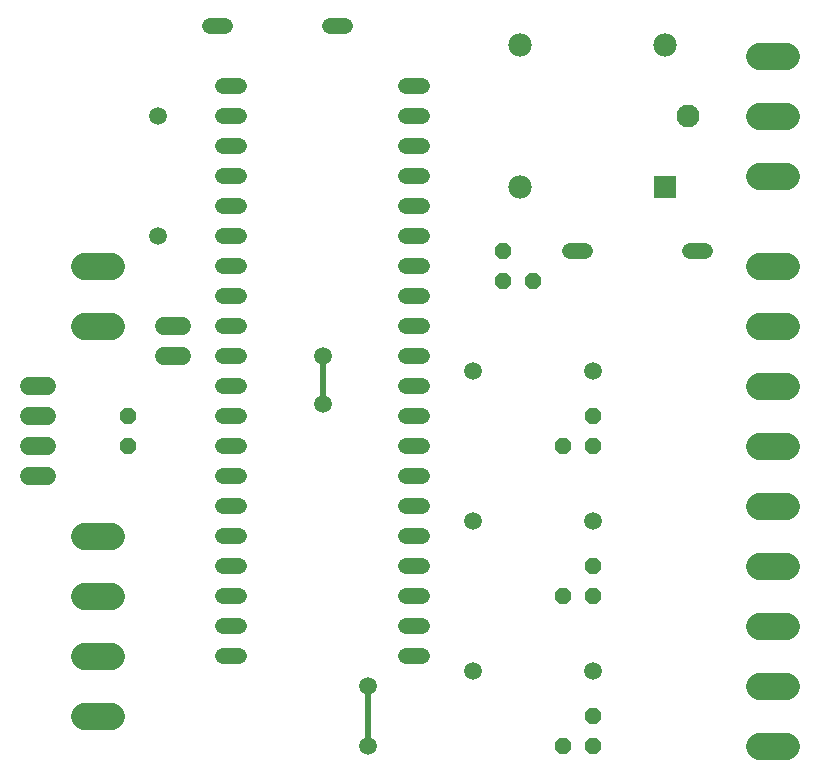
<source format=gbr>
G04 EAGLE Gerber RS-274X export*
G75*
%MOMM*%
%FSLAX34Y34*%
%LPD*%
%INTop Copper*%
%IPPOS*%
%AMOC8*
5,1,8,0,0,1.08239X$1,22.5*%
G01*
%ADD10C,1.358000*%
%ADD11C,2.286000*%
%ADD12C,1.524000*%
%ADD13R,1.980000X1.980000*%
%ADD14C,1.935000*%
%ADD15C,1.980000*%
%ADD16C,1.320800*%
%ADD17P,1.429621X8X292.500000*%
%ADD18P,1.429621X8X22.500000*%
%ADD19P,1.429621X8X112.500000*%
%ADD20C,1.500000*%
%ADD21C,0.508000*%


D10*
X220835Y609600D02*
X234415Y609600D01*
X234415Y584200D02*
X220835Y584200D01*
X220835Y558800D02*
X234415Y558800D01*
X234415Y533400D02*
X220835Y533400D01*
X220835Y508000D02*
X234415Y508000D01*
X234415Y482600D02*
X220835Y482600D01*
X220835Y457200D02*
X234415Y457200D01*
X234415Y431800D02*
X220835Y431800D01*
X220835Y406400D02*
X234415Y406400D01*
X234415Y381000D02*
X220835Y381000D01*
X220835Y355600D02*
X234415Y355600D01*
X234415Y330200D02*
X220835Y330200D01*
X220835Y304800D02*
X234415Y304800D01*
X234415Y279400D02*
X220835Y279400D01*
X220835Y254000D02*
X234415Y254000D01*
X234415Y228600D02*
X220835Y228600D01*
X220835Y203200D02*
X234415Y203200D01*
X234415Y177800D02*
X220835Y177800D01*
X220835Y152400D02*
X234415Y152400D01*
X234415Y127000D02*
X220835Y127000D01*
X375185Y127000D02*
X388765Y127000D01*
X388765Y152400D02*
X375185Y152400D01*
X375185Y177800D02*
X388765Y177800D01*
X388765Y203200D02*
X375185Y203200D01*
X375185Y228600D02*
X388765Y228600D01*
X388765Y254000D02*
X375185Y254000D01*
X375185Y279400D02*
X388765Y279400D01*
X388765Y304800D02*
X375185Y304800D01*
X375185Y330200D02*
X388765Y330200D01*
X388765Y355600D02*
X375185Y355600D01*
X375185Y381000D02*
X388765Y381000D01*
X388765Y406400D02*
X375185Y406400D01*
X375185Y431800D02*
X388765Y431800D01*
X388765Y457200D02*
X375185Y457200D01*
X375185Y482600D02*
X388765Y482600D01*
X388765Y508000D02*
X375185Y508000D01*
X375185Y533400D02*
X388765Y533400D01*
X388765Y558800D02*
X375185Y558800D01*
X375185Y584200D02*
X388765Y584200D01*
X388765Y609600D02*
X375185Y609600D01*
D11*
X674370Y457200D02*
X697230Y457200D01*
X697230Y406400D02*
X674370Y406400D01*
X674370Y355600D02*
X697230Y355600D01*
X697230Y635000D02*
X674370Y635000D01*
X674370Y584200D02*
X697230Y584200D01*
X697230Y533400D02*
X674370Y533400D01*
X125730Y76200D02*
X102870Y76200D01*
X102870Y127000D02*
X125730Y127000D01*
X125730Y177800D02*
X102870Y177800D01*
X102870Y228600D02*
X125730Y228600D01*
D12*
X71120Y355600D02*
X55880Y355600D01*
X55880Y330200D02*
X71120Y330200D01*
X71120Y304800D02*
X55880Y304800D01*
X55880Y279400D02*
X71120Y279400D01*
D13*
X594400Y524200D03*
D14*
X614400Y584200D03*
D15*
X594400Y644200D03*
X472400Y644200D03*
X472400Y524200D03*
D16*
X222504Y660400D02*
X209296Y660400D01*
X310896Y660400D02*
X324104Y660400D01*
X615696Y469900D02*
X628904Y469900D01*
X527304Y469900D02*
X514096Y469900D01*
D17*
X457200Y469900D03*
X457200Y444500D03*
X482600Y444500D03*
D18*
X508000Y304800D03*
X533400Y304800D03*
X533400Y330200D03*
D19*
X139700Y304800D03*
X139700Y330200D03*
D20*
X431800Y368300D03*
X533400Y368300D03*
D11*
X125730Y406400D02*
X102870Y406400D01*
X102870Y457200D02*
X125730Y457200D01*
D20*
X165100Y584200D03*
X165100Y482600D03*
D11*
X674370Y152400D02*
X697230Y152400D01*
X697230Y101600D02*
X674370Y101600D01*
X674370Y50800D02*
X697230Y50800D01*
D18*
X508000Y50800D03*
X533400Y50800D03*
X533400Y76200D03*
D20*
X431800Y114300D03*
X533400Y114300D03*
D11*
X674370Y304800D02*
X697230Y304800D01*
X697230Y254000D02*
X674370Y254000D01*
X674370Y203200D02*
X697230Y203200D01*
D18*
X508000Y177800D03*
X533400Y177800D03*
X533400Y203200D03*
D20*
X431800Y241300D03*
X533400Y241300D03*
D12*
X185420Y406400D02*
X170180Y406400D01*
X170180Y381000D02*
X185420Y381000D01*
D20*
X342900Y50800D03*
D21*
X342900Y101600D01*
D20*
X342900Y101600D03*
X304800Y340480D03*
X304800Y381000D03*
D21*
X304800Y340480D01*
M02*

</source>
